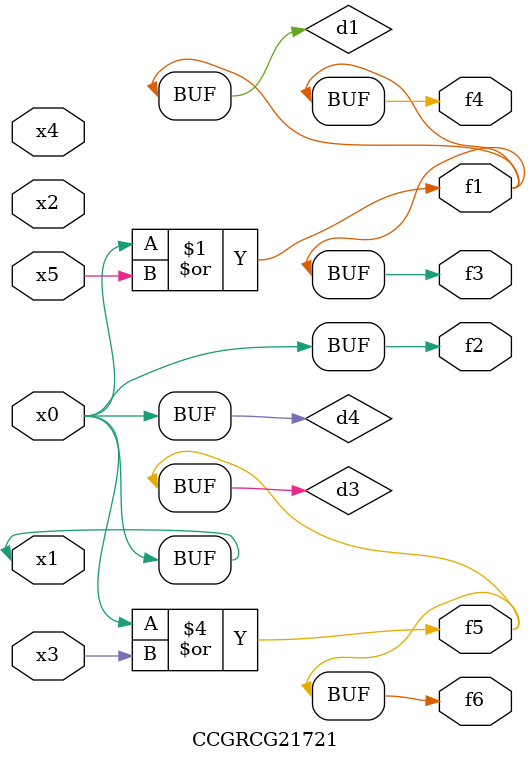
<source format=v>
module CCGRCG21721(
	input x0, x1, x2, x3, x4, x5,
	output f1, f2, f3, f4, f5, f6
);

	wire d1, d2, d3, d4;

	or (d1, x0, x5);
	xnor (d2, x1, x4);
	or (d3, x0, x3);
	buf (d4, x0, x1);
	assign f1 = d1;
	assign f2 = d4;
	assign f3 = d1;
	assign f4 = d1;
	assign f5 = d3;
	assign f6 = d3;
endmodule

</source>
